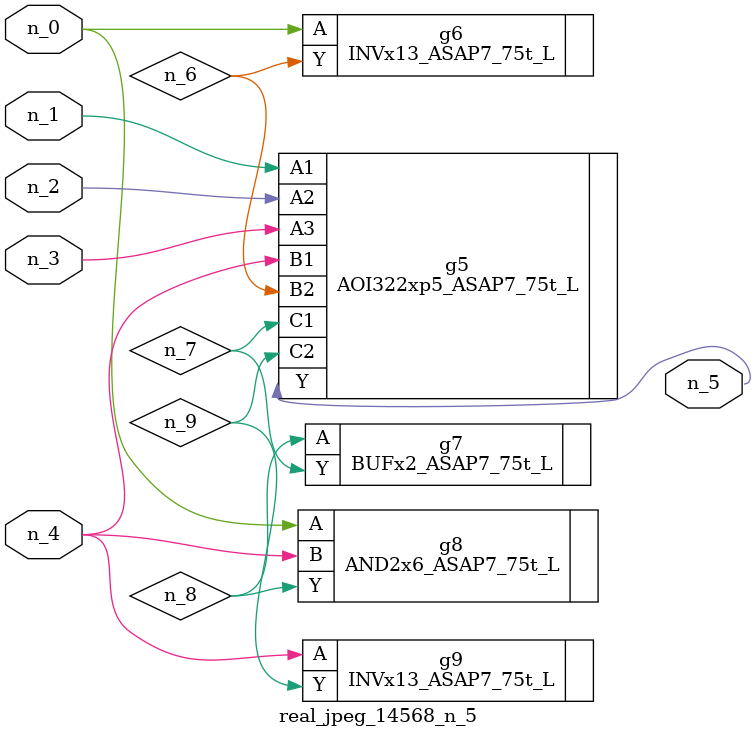
<source format=v>
module real_jpeg_14568_n_5 (n_4, n_0, n_1, n_2, n_3, n_5);

input n_4;
input n_0;
input n_1;
input n_2;
input n_3;

output n_5;

wire n_8;
wire n_6;
wire n_7;
wire n_9;

INVx13_ASAP7_75t_L g6 ( 
.A(n_0),
.Y(n_6)
);

AND2x6_ASAP7_75t_L g8 ( 
.A(n_0),
.B(n_4),
.Y(n_8)
);

AOI322xp5_ASAP7_75t_L g5 ( 
.A1(n_1),
.A2(n_2),
.A3(n_3),
.B1(n_4),
.B2(n_6),
.C1(n_7),
.C2(n_9),
.Y(n_5)
);

INVx13_ASAP7_75t_L g9 ( 
.A(n_4),
.Y(n_9)
);

BUFx2_ASAP7_75t_L g7 ( 
.A(n_8),
.Y(n_7)
);


endmodule
</source>
